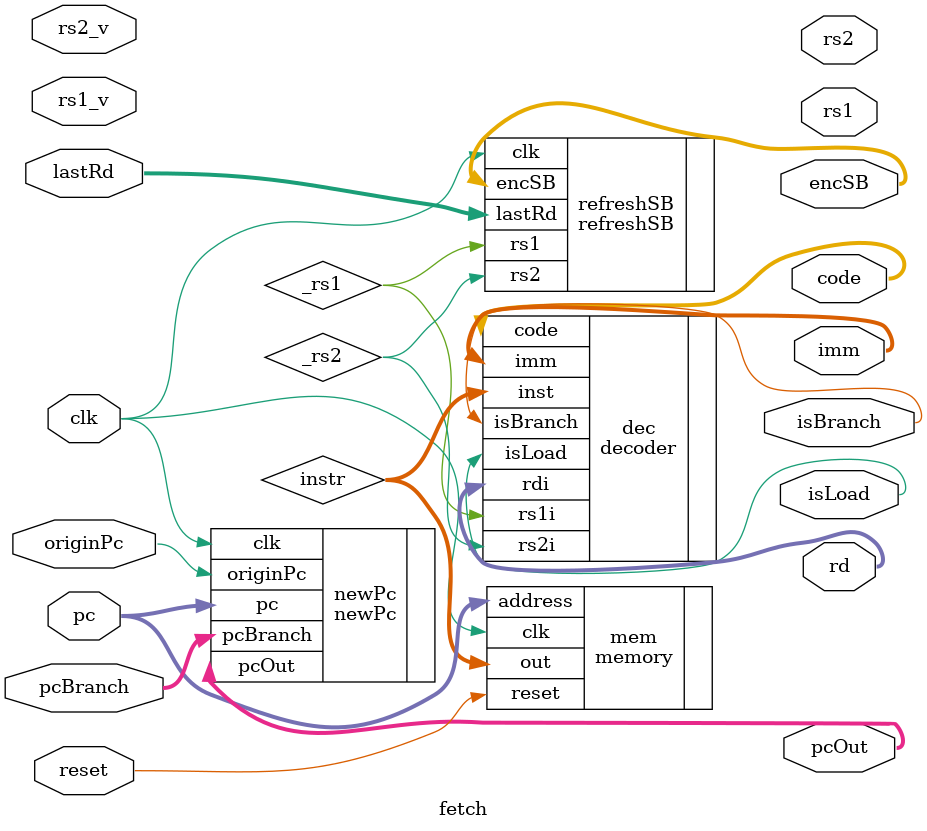
<source format=v>
module fetch(
	clk,
	reset,
	pc,
	pcBranch,
	originPc,
	lastRd,
	rs1_v,
	rs2_v,
	rd,
	rs1,
	rs2,
	imm,
	code,
	isLoad,
	isBranch,
	pcOut,
	encSB
);
	parameter XLEN = 32;
	parameter PCLEN = 10;
	parameter ADDRESSLEN = 4;

	input clk,reset,originPc;
	input [PCLEN-1:0] pcBranch;
	input [4:0] lastRd;
	input [XLEN-1:0] rs1_v, rs2_v;

	inout [PCLEN-1:0] pc;

	output [XLEN-1:0] imm;
	output [PCLEN-1:0] pcOut;
	output [4:0] rd;
	output [11:0] code;
	output [1:0] encSB;

	output isLoad, isBranch;

	output [4:0] rs1, rs2;

	wire [XLEN-1:0] instr;

	/*
		*** lastRd deve ser atualizado por alguém necessariamente na subida de clock ***
		*** 							originPc nca deve ser mudado								  ***
	*/


	// ================[ PRIMEIRA METADE DO CICLO ]================[

	// ----------------[ FETCH DA INSTRUÇÃO ]----------------
	memory mem(
		.clk(clk),
		.reset(reset),
		.address(pc),
		.out(instr)
	);

	decoder dec(
		.inst(instr),
		.rs1i(_rs1),
	  	.rs2i(_rs2),
	  	.rdi(rd),
		.imm(imm),
		.code(code),

		.isLoad(isLoad),
		.isBranch(isBranch)
	);

	/*
		***	OriginPc deve ser atualizado só depois da descida do clock	***
		***       			A parte abaixo é negedge ou assincrona          ***
	*/


	refreshSB refreshSB(
		.clk(clk),
		.lastRd(lastRd),
		.rs1(_rs1),
		.rs2(_rs2),
		.encSB(encSB)
	);

	newPc newPc(
		.clk(clk),
		.pc(pc),
		.pcBranch(pcBranch),
		.originPc(originPc),
		.pcOut(pcOut)
	);

endmodule

</source>
